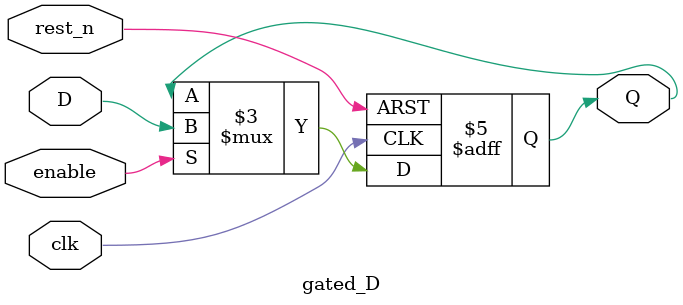
<source format=v>
`timescale 1ns / 1ps


module gated_D(
    input D,
    input clk,
    input rest_n,
    input enable,
    output reg Q
    );
    always @(posedge clk,negedge rest_n)
    begin
    if(rest_n == 0) Q <= 0;
    else if(enable) Q <= D ;
    end
endmodule

</source>
